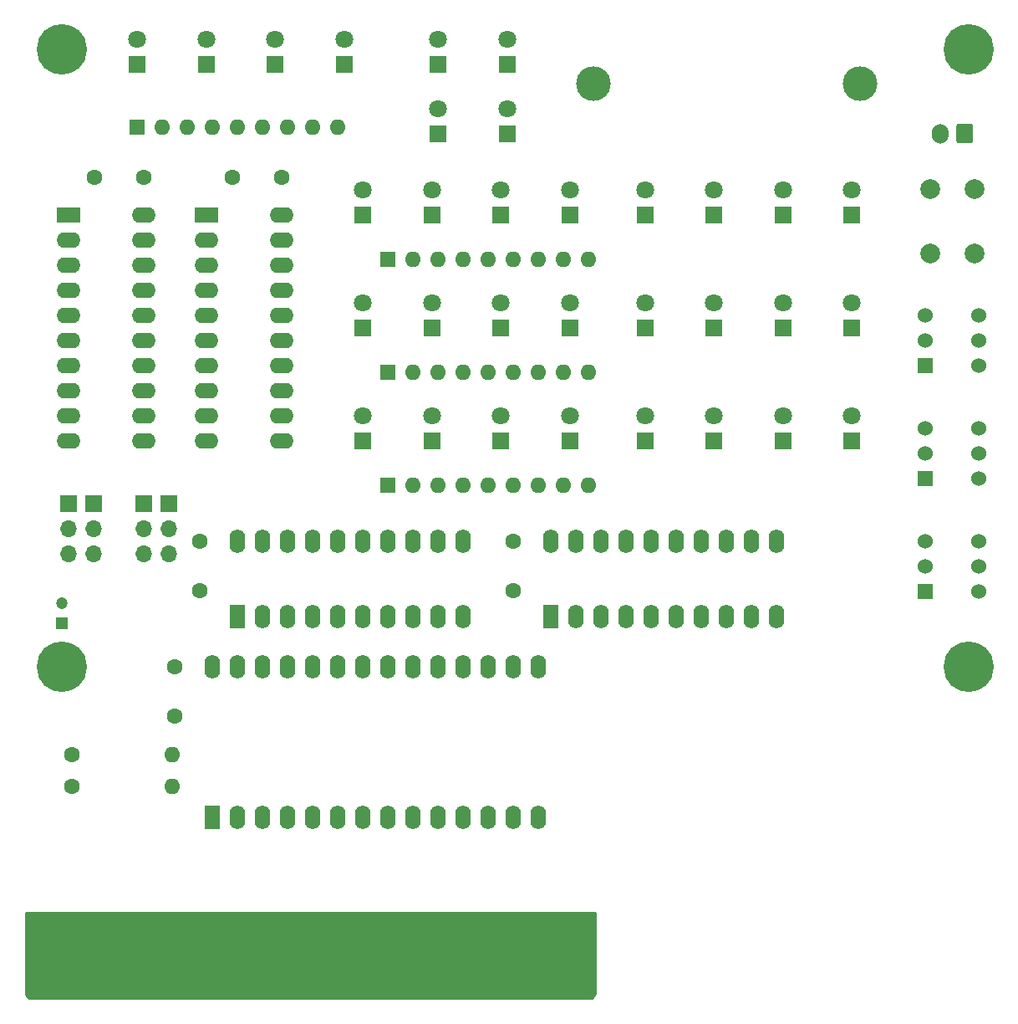
<source format=gbs>
%TF.GenerationSoftware,KiCad,Pcbnew,(5.1.8)-1*%
%TF.CreationDate,2021-02-19T20:00:13+01:00*%
%TF.ProjectId,C64 BlinkenDiag,43363420-426c-4696-9e6b-656e44696167,rev?*%
%TF.SameCoordinates,Original*%
%TF.FileFunction,Soldermask,Bot*%
%TF.FilePolarity,Negative*%
%FSLAX46Y46*%
G04 Gerber Fmt 4.6, Leading zero omitted, Abs format (unit mm)*
G04 Created by KiCad (PCBNEW (5.1.8)-1) date 2021-02-19 20:00:13*
%MOMM*%
%LPD*%
G01*
G04 APERTURE LIST*
%ADD10R,1.700000X1.700000*%
%ADD11O,1.700000X1.700000*%
%ADD12O,1.600000X1.600000*%
%ADD13R,1.600000X1.600000*%
%ADD14R,2.400000X1.600000*%
%ADD15O,2.400000X1.600000*%
%ADD16C,1.600000*%
%ADD17C,2.000000*%
%ADD18R,1.600000X2.400000*%
%ADD19O,1.600000X2.400000*%
%ADD20C,1.524000*%
%ADD21R,1.524000X1.524000*%
%ADD22C,3.500000*%
%ADD23C,5.100000*%
%ADD24C,1.800000*%
%ADD25R,1.800000X1.800000*%
%ADD26R,1.200000X1.200000*%
%ADD27C,1.200000*%
%ADD28O,1.700000X2.000000*%
%ADD29C,0.254000*%
%ADD30C,0.100000*%
G04 APERTURE END LIST*
D10*
%TO.C,JP1*%
X124714000Y-70485000D03*
D11*
X124714000Y-73025000D03*
X124714000Y-75565000D03*
%TD*%
D12*
%TO.C,RN2*%
X152019000Y-32385000D03*
X149479000Y-32385000D03*
X146939000Y-32385000D03*
X144399000Y-32385000D03*
X141859000Y-32385000D03*
X139319000Y-32385000D03*
X136779000Y-32385000D03*
X134239000Y-32385000D03*
D13*
X131699000Y-32385000D03*
%TD*%
D14*
%TO.C,U2*%
X124714000Y-41275000D03*
D15*
X132334000Y-64135000D03*
X124714000Y-43815000D03*
X132334000Y-61595000D03*
X124714000Y-46355000D03*
X132334000Y-59055000D03*
X124714000Y-48895000D03*
X132334000Y-56515000D03*
X124714000Y-51435000D03*
X132334000Y-53975000D03*
X124714000Y-53975000D03*
X132334000Y-51435000D03*
X124714000Y-56515000D03*
X132334000Y-48895000D03*
X124714000Y-59055000D03*
X132334000Y-46355000D03*
X124714000Y-61595000D03*
X132334000Y-43815000D03*
X124714000Y-64135000D03*
X132334000Y-41275000D03*
%TD*%
D16*
%TO.C,C2*%
X132334000Y-37465000D03*
X127334000Y-37465000D03*
%TD*%
D17*
%TO.C,SW4*%
X216499000Y-45160000D03*
X211999000Y-45160000D03*
X216499000Y-38660000D03*
X211999000Y-38660000D03*
%TD*%
D18*
%TO.C,U1*%
X139319000Y-102235000D03*
D19*
X172339000Y-86995000D03*
X141859000Y-102235000D03*
X169799000Y-86995000D03*
X144399000Y-102235000D03*
X167259000Y-86995000D03*
X146939000Y-102235000D03*
X164719000Y-86995000D03*
X149479000Y-102235000D03*
X162179000Y-86995000D03*
X152019000Y-102235000D03*
X159639000Y-86995000D03*
X154559000Y-102235000D03*
X157099000Y-86995000D03*
X157099000Y-102235000D03*
X154559000Y-86995000D03*
X159639000Y-102235000D03*
X152019000Y-86995000D03*
X162179000Y-102235000D03*
X149479000Y-86995000D03*
X164719000Y-102235000D03*
X146939000Y-86995000D03*
X167259000Y-102235000D03*
X144399000Y-86995000D03*
X169799000Y-102235000D03*
X141859000Y-86995000D03*
X172339000Y-102235000D03*
X139319000Y-86995000D03*
%TD*%
D16*
%TO.C,R1*%
X125095000Y-95885000D03*
D12*
X135255000Y-95885000D03*
%TD*%
%TO.C,R2*%
X135255000Y-99060000D03*
D16*
X125095000Y-99060000D03*
%TD*%
D20*
%TO.C,SW1*%
X211524000Y-74295000D03*
X211524000Y-76835000D03*
D21*
X211524000Y-79375000D03*
D20*
X216974000Y-79375000D03*
X216974000Y-76835000D03*
X216974000Y-74295000D03*
%TD*%
%TO.C,SW2*%
X211524000Y-51435000D03*
X211524000Y-53975000D03*
D21*
X211524000Y-56515000D03*
D20*
X216974000Y-56515000D03*
X216974000Y-53975000D03*
X216974000Y-51435000D03*
%TD*%
%TO.C,SW3*%
X216974000Y-62865000D03*
X216974000Y-65405000D03*
X216974000Y-67945000D03*
D21*
X211524000Y-67945000D03*
D20*
X211524000Y-65405000D03*
X211524000Y-62865000D03*
%TD*%
D22*
%TO.C,A1*%
X204889000Y-27940000D03*
X177889000Y-27940000D03*
%TD*%
D23*
%TO.C,M1*%
X124079000Y-86995000D03*
%TD*%
%TO.C,M2*%
X215900000Y-86995000D03*
%TD*%
%TO.C,M3*%
X215900000Y-24511000D03*
%TD*%
%TO.C,M4*%
X124079000Y-24511000D03*
%TD*%
D24*
%TO.C,D1*%
X169164000Y-23495000D03*
D25*
X169164000Y-26035000D03*
%TD*%
%TO.C,D2*%
X131699000Y-26035000D03*
D24*
X131699000Y-23495000D03*
%TD*%
%TO.C,D3*%
X138684000Y-23495000D03*
D25*
X138684000Y-26035000D03*
%TD*%
%TO.C,D4*%
X145669000Y-26035000D03*
D24*
X145669000Y-23495000D03*
%TD*%
%TO.C,D5*%
X152654000Y-23495000D03*
D25*
X152654000Y-26035000D03*
%TD*%
%TO.C,D6*%
X162179000Y-26035000D03*
D24*
X162179000Y-23495000D03*
%TD*%
%TO.C,D7*%
X162179000Y-30480000D03*
D25*
X162179000Y-33020000D03*
%TD*%
%TO.C,D8*%
X169164000Y-33020000D03*
D24*
X169164000Y-30480000D03*
%TD*%
D16*
%TO.C,C1*%
X135509000Y-91995000D03*
X135509000Y-86995000D03*
%TD*%
%TO.C,C3*%
X146304000Y-37465000D03*
X141304000Y-37465000D03*
%TD*%
%TO.C,C4*%
X169799000Y-79295000D03*
X169799000Y-74295000D03*
%TD*%
%TO.C,C5*%
X138049000Y-74295000D03*
X138049000Y-79295000D03*
%TD*%
D26*
%TO.C,C6*%
X124079000Y-82550000D03*
D27*
X124079000Y-80550000D03*
%TD*%
D24*
%TO.C,D9*%
X154559000Y-38735000D03*
D25*
X154559000Y-41275000D03*
%TD*%
D24*
%TO.C,D10*%
X161544000Y-38735000D03*
D25*
X161544000Y-41275000D03*
%TD*%
D24*
%TO.C,D11*%
X168529000Y-38735000D03*
D25*
X168529000Y-41275000D03*
%TD*%
%TO.C,D12*%
X175514000Y-41275000D03*
D24*
X175514000Y-38735000D03*
%TD*%
%TO.C,D13*%
X183134000Y-38735000D03*
D25*
X183134000Y-41275000D03*
%TD*%
%TO.C,D14*%
X190119000Y-41275000D03*
D24*
X190119000Y-38735000D03*
%TD*%
%TO.C,D15*%
X197104000Y-38735000D03*
D25*
X197104000Y-41275000D03*
%TD*%
%TO.C,D16*%
X204089000Y-41275000D03*
D24*
X204089000Y-38735000D03*
%TD*%
D25*
%TO.C,D17*%
X154559000Y-52705000D03*
D24*
X154559000Y-50165000D03*
%TD*%
%TO.C,D18*%
X161544000Y-50165000D03*
D25*
X161544000Y-52705000D03*
%TD*%
%TO.C,D19*%
X168529000Y-52705000D03*
D24*
X168529000Y-50165000D03*
%TD*%
%TO.C,D20*%
X175514000Y-50165000D03*
D25*
X175514000Y-52705000D03*
%TD*%
%TO.C,D21*%
X183134000Y-52705000D03*
D24*
X183134000Y-50165000D03*
%TD*%
%TO.C,D22*%
X190119000Y-50165000D03*
D25*
X190119000Y-52705000D03*
%TD*%
%TO.C,D23*%
X197104000Y-52705000D03*
D24*
X197104000Y-50165000D03*
%TD*%
%TO.C,D24*%
X204089000Y-50165000D03*
D25*
X204089000Y-52705000D03*
%TD*%
%TO.C,D25*%
X154559000Y-64135000D03*
D24*
X154559000Y-61595000D03*
%TD*%
%TO.C,D26*%
X161544000Y-61595000D03*
D25*
X161544000Y-64135000D03*
%TD*%
%TO.C,D27*%
X168529000Y-64135000D03*
D24*
X168529000Y-61595000D03*
%TD*%
D25*
%TO.C,D28*%
X175514000Y-64135000D03*
D24*
X175514000Y-61595000D03*
%TD*%
%TO.C,D29*%
X183134000Y-61595000D03*
D25*
X183134000Y-64135000D03*
%TD*%
%TO.C,D30*%
X190119000Y-64135000D03*
D24*
X190119000Y-61595000D03*
%TD*%
D25*
%TO.C,D31*%
X197104000Y-64135000D03*
D24*
X197104000Y-61595000D03*
%TD*%
%TO.C,D32*%
X204089000Y-61595000D03*
D25*
X204089000Y-64135000D03*
%TD*%
D11*
%TO.C,JP2*%
X127254000Y-75565000D03*
X127254000Y-73025000D03*
D10*
X127254000Y-70485000D03*
%TD*%
%TO.C,JP3*%
X132334000Y-70485000D03*
D11*
X132334000Y-73025000D03*
X132334000Y-75565000D03*
%TD*%
%TO.C,JP4*%
X134874000Y-75565000D03*
X134874000Y-73025000D03*
D10*
X134874000Y-70485000D03*
%TD*%
D15*
%TO.C,U3*%
X146304000Y-41275000D03*
X138684000Y-64135000D03*
X146304000Y-43815000D03*
X138684000Y-61595000D03*
X146304000Y-46355000D03*
X138684000Y-59055000D03*
X146304000Y-48895000D03*
X138684000Y-56515000D03*
X146304000Y-51435000D03*
X138684000Y-53975000D03*
X146304000Y-53975000D03*
X138684000Y-51435000D03*
X146304000Y-56515000D03*
X138684000Y-48895000D03*
X146304000Y-59055000D03*
X138684000Y-46355000D03*
X146304000Y-61595000D03*
X138684000Y-43815000D03*
X146304000Y-64135000D03*
D14*
X138684000Y-41275000D03*
%TD*%
D18*
%TO.C,U4*%
X173609000Y-81915000D03*
D19*
X196469000Y-74295000D03*
X176149000Y-81915000D03*
X193929000Y-74295000D03*
X178689000Y-81915000D03*
X191389000Y-74295000D03*
X181229000Y-81915000D03*
X188849000Y-74295000D03*
X183769000Y-81915000D03*
X186309000Y-74295000D03*
X186309000Y-81915000D03*
X183769000Y-74295000D03*
X188849000Y-81915000D03*
X181229000Y-74295000D03*
X191389000Y-81915000D03*
X178689000Y-74295000D03*
X193929000Y-81915000D03*
X176149000Y-74295000D03*
X196469000Y-81915000D03*
X173609000Y-74295000D03*
%TD*%
D18*
%TO.C,U5*%
X141859000Y-81915000D03*
D19*
X164719000Y-74295000D03*
X144399000Y-81915000D03*
X162179000Y-74295000D03*
X146939000Y-81915000D03*
X159639000Y-74295000D03*
X149479000Y-81915000D03*
X157099000Y-74295000D03*
X152019000Y-81915000D03*
X154559000Y-74295000D03*
X154559000Y-81915000D03*
X152019000Y-74295000D03*
X157099000Y-81915000D03*
X149479000Y-74295000D03*
X159639000Y-81915000D03*
X146939000Y-74295000D03*
X162179000Y-81915000D03*
X144399000Y-74295000D03*
X164719000Y-81915000D03*
X141859000Y-74295000D03*
%TD*%
D12*
%TO.C,RN1*%
X177419000Y-45720000D03*
X174879000Y-45720000D03*
X172339000Y-45720000D03*
X169799000Y-45720000D03*
X167259000Y-45720000D03*
X164719000Y-45720000D03*
X162179000Y-45720000D03*
X159639000Y-45720000D03*
D13*
X157099000Y-45720000D03*
%TD*%
%TO.C,RN3*%
X157099000Y-57150000D03*
D12*
X159639000Y-57150000D03*
X162179000Y-57150000D03*
X164719000Y-57150000D03*
X167259000Y-57150000D03*
X169799000Y-57150000D03*
X172339000Y-57150000D03*
X174879000Y-57150000D03*
X177419000Y-57150000D03*
%TD*%
D13*
%TO.C,RN4*%
X157099000Y-68580000D03*
D12*
X159639000Y-68580000D03*
X162179000Y-68580000D03*
X164719000Y-68580000D03*
X167259000Y-68580000D03*
X169799000Y-68580000D03*
X172339000Y-68580000D03*
X174879000Y-68580000D03*
X177419000Y-68580000D03*
%TD*%
%TO.C,J2*%
G36*
G01*
X216369000Y-32270000D02*
X216369000Y-33770000D01*
G75*
G02*
X216119000Y-34020000I-250000J0D01*
G01*
X214919000Y-34020000D01*
G75*
G02*
X214669000Y-33770000I0J250000D01*
G01*
X214669000Y-32270000D01*
G75*
G02*
X214919000Y-32020000I250000J0D01*
G01*
X216119000Y-32020000D01*
G75*
G02*
X216369000Y-32270000I0J-250000D01*
G01*
G37*
D28*
X213019000Y-33020000D03*
%TD*%
D29*
X178079400Y-120068197D02*
X178009773Y-120198459D01*
X177883420Y-120352420D01*
X177729459Y-120478773D01*
X177599197Y-120548400D01*
X120850803Y-120548400D01*
X120720541Y-120478773D01*
X120566580Y-120352420D01*
X120440227Y-120198459D01*
X120370600Y-120068197D01*
X120370600Y-111887000D01*
X178079400Y-111887000D01*
X178079400Y-120068197D01*
D30*
G36*
X178079400Y-120068197D02*
G01*
X178009773Y-120198459D01*
X177883420Y-120352420D01*
X177729459Y-120478773D01*
X177599197Y-120548400D01*
X120850803Y-120548400D01*
X120720541Y-120478773D01*
X120566580Y-120352420D01*
X120440227Y-120198459D01*
X120370600Y-120068197D01*
X120370600Y-111887000D01*
X178079400Y-111887000D01*
X178079400Y-120068197D01*
G37*
M02*

</source>
